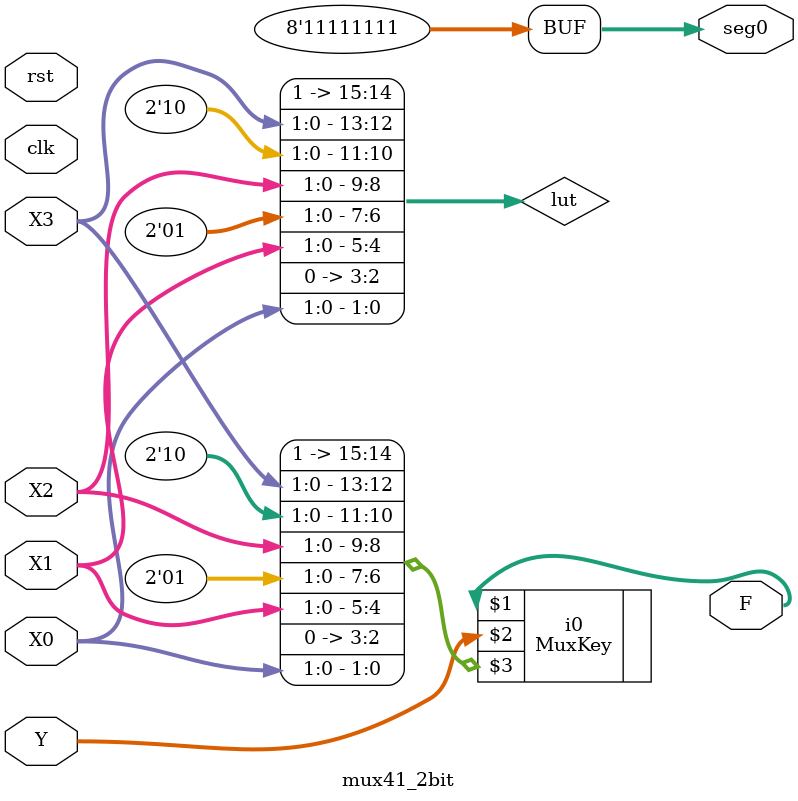
<source format=v>


module mux41_2bit (
    input clk,
    input rst,
    input [1:0] X0,X1,X2,X3,
    input [1:0] Y,
    output [7:0] seg0,
    output [1:0] F
);
    wire [15:0] lut = { // 4*(2+2) = 16 bits
        2'd3, X3,  // Key: 3, Data: X3
        2'd2, X2,  // Key: 2, Data: X2
        2'd1, X1,  // Key: 1, Data: X1
        2'd0, X0   // Key: 0, Data: X0
    };
    MuxKey #(4, 2, 2) i0 (F, Y, lut);
    assign seg0 = {8{1'b1}};
endmodule

</source>
